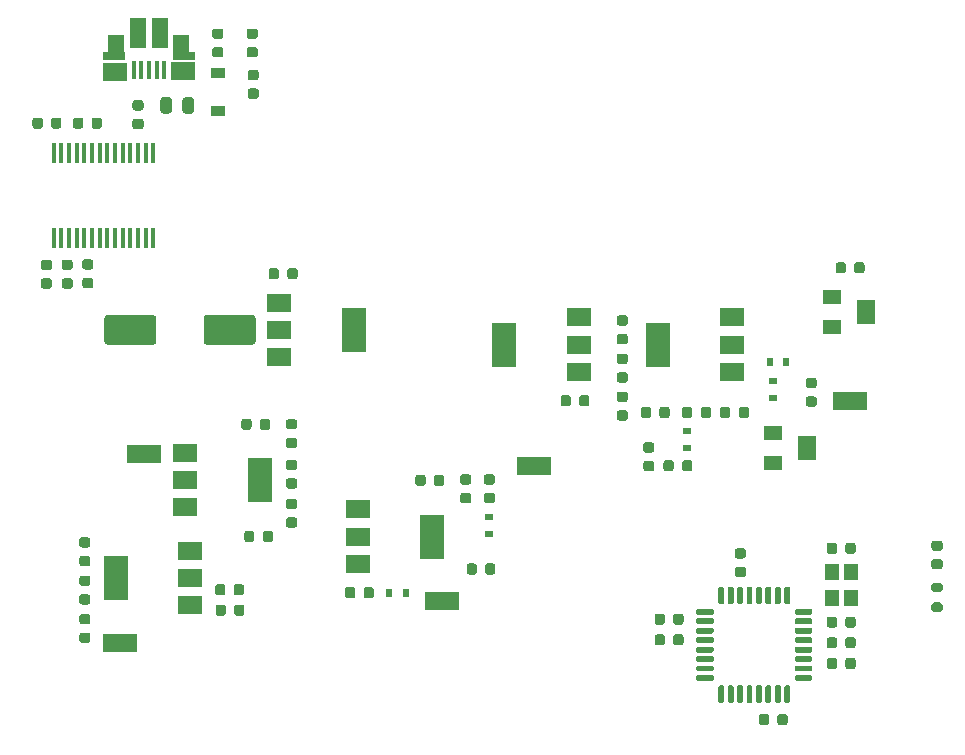
<source format=gbr>
%TF.GenerationSoftware,KiCad,Pcbnew,(5.1.12)-1*%
%TF.CreationDate,2022-10-31T13:17:17-07:00*%
%TF.ProjectId,MPS Tune-o-Matic,4d505320-5475-46e6-952d-6f2d4d617469,rev?*%
%TF.SameCoordinates,Original*%
%TF.FileFunction,Paste,Top*%
%TF.FilePolarity,Positive*%
%FSLAX46Y46*%
G04 Gerber Fmt 4.6, Leading zero omitted, Abs format (unit mm)*
G04 Created by KiCad (PCBNEW (5.1.12)-1) date 2022-10-31 13:17:17*
%MOMM*%
%LPD*%
G01*
G04 APERTURE LIST*
%ADD10R,1.350000X2.000000*%
%ADD11R,1.825000X0.700000*%
%ADD12R,2.000000X1.500000*%
%ADD13R,0.400000X1.650000*%
%ADD14R,1.430000X2.500000*%
%ADD15R,1.200000X1.400000*%
%ADD16R,2.000000X3.800000*%
%ADD17R,0.450000X1.750000*%
%ADD18R,3.000000X1.500000*%
%ADD19R,1.600000X2.000000*%
%ADD20R,1.600000X1.300000*%
%ADD21R,0.700000X0.600000*%
%ADD22R,0.600000X0.700000*%
%ADD23R,1.220000X0.910000*%
G04 APERTURE END LIST*
%TO.C,R29*%
G36*
G01*
X129275000Y-65575000D02*
X128725000Y-65575000D01*
G75*
G02*
X128525000Y-65375000I0J200000D01*
G01*
X128525000Y-64975000D01*
G75*
G02*
X128725000Y-64775000I200000J0D01*
G01*
X129275000Y-64775000D01*
G75*
G02*
X129475000Y-64975000I0J-200000D01*
G01*
X129475000Y-65375000D01*
G75*
G02*
X129275000Y-65575000I-200000J0D01*
G01*
G37*
G36*
G01*
X129275000Y-67225000D02*
X128725000Y-67225000D01*
G75*
G02*
X128525000Y-67025000I0J200000D01*
G01*
X128525000Y-66625000D01*
G75*
G02*
X128725000Y-66425000I200000J0D01*
G01*
X129275000Y-66425000D01*
G75*
G02*
X129475000Y-66625000I0J-200000D01*
G01*
X129475000Y-67025000D01*
G75*
G02*
X129275000Y-67225000I-200000J0D01*
G01*
G37*
%TD*%
%TO.C,D8*%
G36*
G01*
X129256250Y-62062500D02*
X128743750Y-62062500D01*
G75*
G02*
X128525000Y-61843750I0J218750D01*
G01*
X128525000Y-61406250D01*
G75*
G02*
X128743750Y-61187500I218750J0D01*
G01*
X129256250Y-61187500D01*
G75*
G02*
X129475000Y-61406250I0J-218750D01*
G01*
X129475000Y-61843750D01*
G75*
G02*
X129256250Y-62062500I-218750J0D01*
G01*
G37*
G36*
G01*
X129256250Y-63637500D02*
X128743750Y-63637500D01*
G75*
G02*
X128525000Y-63418750I0J218750D01*
G01*
X128525000Y-62981250D01*
G75*
G02*
X128743750Y-62762500I218750J0D01*
G01*
X129256250Y-62762500D01*
G75*
G02*
X129475000Y-62981250I0J-218750D01*
G01*
X129475000Y-63418750D01*
G75*
G02*
X129256250Y-63637500I-218750J0D01*
G01*
G37*
%TD*%
%TO.C,C1*%
G36*
G01*
X107537500Y-67593750D02*
X107537500Y-68106250D01*
G75*
G02*
X107318750Y-68325000I-218750J0D01*
G01*
X106881250Y-68325000D01*
G75*
G02*
X106662500Y-68106250I0J218750D01*
G01*
X106662500Y-67593750D01*
G75*
G02*
X106881250Y-67375000I218750J0D01*
G01*
X107318750Y-67375000D01*
G75*
G02*
X107537500Y-67593750I0J-218750D01*
G01*
G37*
G36*
G01*
X105962500Y-67593750D02*
X105962500Y-68106250D01*
G75*
G02*
X105743750Y-68325000I-218750J0D01*
G01*
X105306250Y-68325000D01*
G75*
G02*
X105087500Y-68106250I0J218750D01*
G01*
X105087500Y-67593750D01*
G75*
G02*
X105306250Y-67375000I218750J0D01*
G01*
X105743750Y-67375000D01*
G75*
G02*
X105962500Y-67593750I0J-218750D01*
G01*
G37*
%TD*%
%TO.C,C12*%
G36*
G01*
X70843750Y-21337500D02*
X71356250Y-21337500D01*
G75*
G02*
X71575000Y-21556250I0J-218750D01*
G01*
X71575000Y-21993750D01*
G75*
G02*
X71356250Y-22212500I-218750J0D01*
G01*
X70843750Y-22212500D01*
G75*
G02*
X70625000Y-21993750I0J218750D01*
G01*
X70625000Y-21556250D01*
G75*
G02*
X70843750Y-21337500I218750J0D01*
G01*
G37*
G36*
G01*
X70843750Y-22912500D02*
X71356250Y-22912500D01*
G75*
G02*
X71575000Y-23131250I0J-218750D01*
G01*
X71575000Y-23568750D01*
G75*
G02*
X71356250Y-23787500I-218750J0D01*
G01*
X70843750Y-23787500D01*
G75*
G02*
X70625000Y-23568750I0J218750D01*
G01*
X70625000Y-23131250D01*
G75*
G02*
X70843750Y-22912500I218750J0D01*
G01*
G37*
%TD*%
D10*
%TO.C,J3*%
X59525000Y-19415000D03*
X65005000Y-19415000D03*
D11*
X65225000Y-20165000D03*
X59275000Y-20165000D03*
D12*
X65125000Y-21465000D03*
X59375000Y-21485000D03*
D13*
X63575000Y-21365000D03*
X62925000Y-21365000D03*
X62275000Y-21365000D03*
X61625000Y-21365000D03*
X60975000Y-21365000D03*
D14*
X63235000Y-18215000D03*
X61315000Y-18215000D03*
%TD*%
D15*
%TO.C,Y1*%
X120100000Y-66050000D03*
X120100000Y-63850000D03*
X121700000Y-66050000D03*
X121700000Y-63850000D03*
%TD*%
D16*
%TO.C,U3*%
X79600000Y-43350000D03*
D12*
X73300000Y-43350000D03*
X73300000Y-45650000D03*
X73300000Y-41050000D03*
%TD*%
D17*
%TO.C,U2*%
X54200000Y-35550000D03*
X54850000Y-35550000D03*
X55500000Y-35550000D03*
X56150000Y-35550000D03*
X56800000Y-35550000D03*
X57450000Y-35550000D03*
X58100000Y-35550000D03*
X58750000Y-35550000D03*
X59400000Y-35550000D03*
X60050000Y-35550000D03*
X60700000Y-35550000D03*
X61350000Y-35550000D03*
X62000000Y-35550000D03*
X62650000Y-35550000D03*
X62650000Y-28350000D03*
X62000000Y-28350000D03*
X61350000Y-28350000D03*
X60700000Y-28350000D03*
X60050000Y-28350000D03*
X59400000Y-28350000D03*
X58750000Y-28350000D03*
X58100000Y-28350000D03*
X57450000Y-28350000D03*
X56800000Y-28350000D03*
X56150000Y-28350000D03*
X55500000Y-28350000D03*
X54850000Y-28350000D03*
X54200000Y-28350000D03*
%TD*%
%TO.C,U1*%
G36*
G01*
X118450000Y-72698400D02*
X118450000Y-72948400D01*
G75*
G02*
X118325000Y-73073400I-125000J0D01*
G01*
X117075000Y-73073400D01*
G75*
G02*
X116950000Y-72948400I0J125000D01*
G01*
X116950000Y-72698400D01*
G75*
G02*
X117075000Y-72573400I125000J0D01*
G01*
X118325000Y-72573400D01*
G75*
G02*
X118450000Y-72698400I0J-125000D01*
G01*
G37*
G36*
G01*
X118450000Y-71898400D02*
X118450000Y-72148400D01*
G75*
G02*
X118325000Y-72273400I-125000J0D01*
G01*
X117075000Y-72273400D01*
G75*
G02*
X116950000Y-72148400I0J125000D01*
G01*
X116950000Y-71898400D01*
G75*
G02*
X117075000Y-71773400I125000J0D01*
G01*
X118325000Y-71773400D01*
G75*
G02*
X118450000Y-71898400I0J-125000D01*
G01*
G37*
G36*
G01*
X118450000Y-71098400D02*
X118450000Y-71348400D01*
G75*
G02*
X118325000Y-71473400I-125000J0D01*
G01*
X117075000Y-71473400D01*
G75*
G02*
X116950000Y-71348400I0J125000D01*
G01*
X116950000Y-71098400D01*
G75*
G02*
X117075000Y-70973400I125000J0D01*
G01*
X118325000Y-70973400D01*
G75*
G02*
X118450000Y-71098400I0J-125000D01*
G01*
G37*
G36*
G01*
X118450000Y-70298400D02*
X118450000Y-70548400D01*
G75*
G02*
X118325000Y-70673400I-125000J0D01*
G01*
X117075000Y-70673400D01*
G75*
G02*
X116950000Y-70548400I0J125000D01*
G01*
X116950000Y-70298400D01*
G75*
G02*
X117075000Y-70173400I125000J0D01*
G01*
X118325000Y-70173400D01*
G75*
G02*
X118450000Y-70298400I0J-125000D01*
G01*
G37*
G36*
G01*
X118450000Y-69498400D02*
X118450000Y-69748400D01*
G75*
G02*
X118325000Y-69873400I-125000J0D01*
G01*
X117075000Y-69873400D01*
G75*
G02*
X116950000Y-69748400I0J125000D01*
G01*
X116950000Y-69498400D01*
G75*
G02*
X117075000Y-69373400I125000J0D01*
G01*
X118325000Y-69373400D01*
G75*
G02*
X118450000Y-69498400I0J-125000D01*
G01*
G37*
G36*
G01*
X118450000Y-68698400D02*
X118450000Y-68948400D01*
G75*
G02*
X118325000Y-69073400I-125000J0D01*
G01*
X117075000Y-69073400D01*
G75*
G02*
X116950000Y-68948400I0J125000D01*
G01*
X116950000Y-68698400D01*
G75*
G02*
X117075000Y-68573400I125000J0D01*
G01*
X118325000Y-68573400D01*
G75*
G02*
X118450000Y-68698400I0J-125000D01*
G01*
G37*
G36*
G01*
X118450000Y-67898400D02*
X118450000Y-68148400D01*
G75*
G02*
X118325000Y-68273400I-125000J0D01*
G01*
X117075000Y-68273400D01*
G75*
G02*
X116950000Y-68148400I0J125000D01*
G01*
X116950000Y-67898400D01*
G75*
G02*
X117075000Y-67773400I125000J0D01*
G01*
X118325000Y-67773400D01*
G75*
G02*
X118450000Y-67898400I0J-125000D01*
G01*
G37*
G36*
G01*
X118450000Y-67098400D02*
X118450000Y-67348400D01*
G75*
G02*
X118325000Y-67473400I-125000J0D01*
G01*
X117075000Y-67473400D01*
G75*
G02*
X116950000Y-67348400I0J125000D01*
G01*
X116950000Y-67098400D01*
G75*
G02*
X117075000Y-66973400I125000J0D01*
G01*
X118325000Y-66973400D01*
G75*
G02*
X118450000Y-67098400I0J-125000D01*
G01*
G37*
G36*
G01*
X116575000Y-65223400D02*
X116575000Y-66473400D01*
G75*
G02*
X116450000Y-66598400I-125000J0D01*
G01*
X116200000Y-66598400D01*
G75*
G02*
X116075000Y-66473400I0J125000D01*
G01*
X116075000Y-65223400D01*
G75*
G02*
X116200000Y-65098400I125000J0D01*
G01*
X116450000Y-65098400D01*
G75*
G02*
X116575000Y-65223400I0J-125000D01*
G01*
G37*
G36*
G01*
X115775000Y-65223400D02*
X115775000Y-66473400D01*
G75*
G02*
X115650000Y-66598400I-125000J0D01*
G01*
X115400000Y-66598400D01*
G75*
G02*
X115275000Y-66473400I0J125000D01*
G01*
X115275000Y-65223400D01*
G75*
G02*
X115400000Y-65098400I125000J0D01*
G01*
X115650000Y-65098400D01*
G75*
G02*
X115775000Y-65223400I0J-125000D01*
G01*
G37*
G36*
G01*
X114975000Y-65223400D02*
X114975000Y-66473400D01*
G75*
G02*
X114850000Y-66598400I-125000J0D01*
G01*
X114600000Y-66598400D01*
G75*
G02*
X114475000Y-66473400I0J125000D01*
G01*
X114475000Y-65223400D01*
G75*
G02*
X114600000Y-65098400I125000J0D01*
G01*
X114850000Y-65098400D01*
G75*
G02*
X114975000Y-65223400I0J-125000D01*
G01*
G37*
G36*
G01*
X114175000Y-65223400D02*
X114175000Y-66473400D01*
G75*
G02*
X114050000Y-66598400I-125000J0D01*
G01*
X113800000Y-66598400D01*
G75*
G02*
X113675000Y-66473400I0J125000D01*
G01*
X113675000Y-65223400D01*
G75*
G02*
X113800000Y-65098400I125000J0D01*
G01*
X114050000Y-65098400D01*
G75*
G02*
X114175000Y-65223400I0J-125000D01*
G01*
G37*
G36*
G01*
X113375000Y-65223400D02*
X113375000Y-66473400D01*
G75*
G02*
X113250000Y-66598400I-125000J0D01*
G01*
X113000000Y-66598400D01*
G75*
G02*
X112875000Y-66473400I0J125000D01*
G01*
X112875000Y-65223400D01*
G75*
G02*
X113000000Y-65098400I125000J0D01*
G01*
X113250000Y-65098400D01*
G75*
G02*
X113375000Y-65223400I0J-125000D01*
G01*
G37*
G36*
G01*
X112575000Y-65223400D02*
X112575000Y-66473400D01*
G75*
G02*
X112450000Y-66598400I-125000J0D01*
G01*
X112200000Y-66598400D01*
G75*
G02*
X112075000Y-66473400I0J125000D01*
G01*
X112075000Y-65223400D01*
G75*
G02*
X112200000Y-65098400I125000J0D01*
G01*
X112450000Y-65098400D01*
G75*
G02*
X112575000Y-65223400I0J-125000D01*
G01*
G37*
G36*
G01*
X111775000Y-65223400D02*
X111775000Y-66473400D01*
G75*
G02*
X111650000Y-66598400I-125000J0D01*
G01*
X111400000Y-66598400D01*
G75*
G02*
X111275000Y-66473400I0J125000D01*
G01*
X111275000Y-65223400D01*
G75*
G02*
X111400000Y-65098400I125000J0D01*
G01*
X111650000Y-65098400D01*
G75*
G02*
X111775000Y-65223400I0J-125000D01*
G01*
G37*
G36*
G01*
X110975000Y-65223400D02*
X110975000Y-66473400D01*
G75*
G02*
X110850000Y-66598400I-125000J0D01*
G01*
X110600000Y-66598400D01*
G75*
G02*
X110475000Y-66473400I0J125000D01*
G01*
X110475000Y-65223400D01*
G75*
G02*
X110600000Y-65098400I125000J0D01*
G01*
X110850000Y-65098400D01*
G75*
G02*
X110975000Y-65223400I0J-125000D01*
G01*
G37*
G36*
G01*
X110100000Y-67098400D02*
X110100000Y-67348400D01*
G75*
G02*
X109975000Y-67473400I-125000J0D01*
G01*
X108725000Y-67473400D01*
G75*
G02*
X108600000Y-67348400I0J125000D01*
G01*
X108600000Y-67098400D01*
G75*
G02*
X108725000Y-66973400I125000J0D01*
G01*
X109975000Y-66973400D01*
G75*
G02*
X110100000Y-67098400I0J-125000D01*
G01*
G37*
G36*
G01*
X110100000Y-67898400D02*
X110100000Y-68148400D01*
G75*
G02*
X109975000Y-68273400I-125000J0D01*
G01*
X108725000Y-68273400D01*
G75*
G02*
X108600000Y-68148400I0J125000D01*
G01*
X108600000Y-67898400D01*
G75*
G02*
X108725000Y-67773400I125000J0D01*
G01*
X109975000Y-67773400D01*
G75*
G02*
X110100000Y-67898400I0J-125000D01*
G01*
G37*
G36*
G01*
X110100000Y-68698400D02*
X110100000Y-68948400D01*
G75*
G02*
X109975000Y-69073400I-125000J0D01*
G01*
X108725000Y-69073400D01*
G75*
G02*
X108600000Y-68948400I0J125000D01*
G01*
X108600000Y-68698400D01*
G75*
G02*
X108725000Y-68573400I125000J0D01*
G01*
X109975000Y-68573400D01*
G75*
G02*
X110100000Y-68698400I0J-125000D01*
G01*
G37*
G36*
G01*
X110100000Y-69498400D02*
X110100000Y-69748400D01*
G75*
G02*
X109975000Y-69873400I-125000J0D01*
G01*
X108725000Y-69873400D01*
G75*
G02*
X108600000Y-69748400I0J125000D01*
G01*
X108600000Y-69498400D01*
G75*
G02*
X108725000Y-69373400I125000J0D01*
G01*
X109975000Y-69373400D01*
G75*
G02*
X110100000Y-69498400I0J-125000D01*
G01*
G37*
G36*
G01*
X110100000Y-70298400D02*
X110100000Y-70548400D01*
G75*
G02*
X109975000Y-70673400I-125000J0D01*
G01*
X108725000Y-70673400D01*
G75*
G02*
X108600000Y-70548400I0J125000D01*
G01*
X108600000Y-70298400D01*
G75*
G02*
X108725000Y-70173400I125000J0D01*
G01*
X109975000Y-70173400D01*
G75*
G02*
X110100000Y-70298400I0J-125000D01*
G01*
G37*
G36*
G01*
X110100000Y-71098400D02*
X110100000Y-71348400D01*
G75*
G02*
X109975000Y-71473400I-125000J0D01*
G01*
X108725000Y-71473400D01*
G75*
G02*
X108600000Y-71348400I0J125000D01*
G01*
X108600000Y-71098400D01*
G75*
G02*
X108725000Y-70973400I125000J0D01*
G01*
X109975000Y-70973400D01*
G75*
G02*
X110100000Y-71098400I0J-125000D01*
G01*
G37*
G36*
G01*
X110100000Y-71898400D02*
X110100000Y-72148400D01*
G75*
G02*
X109975000Y-72273400I-125000J0D01*
G01*
X108725000Y-72273400D01*
G75*
G02*
X108600000Y-72148400I0J125000D01*
G01*
X108600000Y-71898400D01*
G75*
G02*
X108725000Y-71773400I125000J0D01*
G01*
X109975000Y-71773400D01*
G75*
G02*
X110100000Y-71898400I0J-125000D01*
G01*
G37*
G36*
G01*
X110100000Y-72698400D02*
X110100000Y-72948400D01*
G75*
G02*
X109975000Y-73073400I-125000J0D01*
G01*
X108725000Y-73073400D01*
G75*
G02*
X108600000Y-72948400I0J125000D01*
G01*
X108600000Y-72698400D01*
G75*
G02*
X108725000Y-72573400I125000J0D01*
G01*
X109975000Y-72573400D01*
G75*
G02*
X110100000Y-72698400I0J-125000D01*
G01*
G37*
G36*
G01*
X110975000Y-73573400D02*
X110975000Y-74823400D01*
G75*
G02*
X110850000Y-74948400I-125000J0D01*
G01*
X110600000Y-74948400D01*
G75*
G02*
X110475000Y-74823400I0J125000D01*
G01*
X110475000Y-73573400D01*
G75*
G02*
X110600000Y-73448400I125000J0D01*
G01*
X110850000Y-73448400D01*
G75*
G02*
X110975000Y-73573400I0J-125000D01*
G01*
G37*
G36*
G01*
X111775000Y-73573400D02*
X111775000Y-74823400D01*
G75*
G02*
X111650000Y-74948400I-125000J0D01*
G01*
X111400000Y-74948400D01*
G75*
G02*
X111275000Y-74823400I0J125000D01*
G01*
X111275000Y-73573400D01*
G75*
G02*
X111400000Y-73448400I125000J0D01*
G01*
X111650000Y-73448400D01*
G75*
G02*
X111775000Y-73573400I0J-125000D01*
G01*
G37*
G36*
G01*
X112575000Y-73573400D02*
X112575000Y-74823400D01*
G75*
G02*
X112450000Y-74948400I-125000J0D01*
G01*
X112200000Y-74948400D01*
G75*
G02*
X112075000Y-74823400I0J125000D01*
G01*
X112075000Y-73573400D01*
G75*
G02*
X112200000Y-73448400I125000J0D01*
G01*
X112450000Y-73448400D01*
G75*
G02*
X112575000Y-73573400I0J-125000D01*
G01*
G37*
G36*
G01*
X113375000Y-73573400D02*
X113375000Y-74823400D01*
G75*
G02*
X113250000Y-74948400I-125000J0D01*
G01*
X113000000Y-74948400D01*
G75*
G02*
X112875000Y-74823400I0J125000D01*
G01*
X112875000Y-73573400D01*
G75*
G02*
X113000000Y-73448400I125000J0D01*
G01*
X113250000Y-73448400D01*
G75*
G02*
X113375000Y-73573400I0J-125000D01*
G01*
G37*
G36*
G01*
X114175000Y-73573400D02*
X114175000Y-74823400D01*
G75*
G02*
X114050000Y-74948400I-125000J0D01*
G01*
X113800000Y-74948400D01*
G75*
G02*
X113675000Y-74823400I0J125000D01*
G01*
X113675000Y-73573400D01*
G75*
G02*
X113800000Y-73448400I125000J0D01*
G01*
X114050000Y-73448400D01*
G75*
G02*
X114175000Y-73573400I0J-125000D01*
G01*
G37*
G36*
G01*
X114975000Y-73573400D02*
X114975000Y-74823400D01*
G75*
G02*
X114850000Y-74948400I-125000J0D01*
G01*
X114600000Y-74948400D01*
G75*
G02*
X114475000Y-74823400I0J125000D01*
G01*
X114475000Y-73573400D01*
G75*
G02*
X114600000Y-73448400I125000J0D01*
G01*
X114850000Y-73448400D01*
G75*
G02*
X114975000Y-73573400I0J-125000D01*
G01*
G37*
G36*
G01*
X115775000Y-73573400D02*
X115775000Y-74823400D01*
G75*
G02*
X115650000Y-74948400I-125000J0D01*
G01*
X115400000Y-74948400D01*
G75*
G02*
X115275000Y-74823400I0J125000D01*
G01*
X115275000Y-73573400D01*
G75*
G02*
X115400000Y-73448400I125000J0D01*
G01*
X115650000Y-73448400D01*
G75*
G02*
X115775000Y-73573400I0J-125000D01*
G01*
G37*
G36*
G01*
X116575000Y-73573400D02*
X116575000Y-74823400D01*
G75*
G02*
X116450000Y-74948400I-125000J0D01*
G01*
X116200000Y-74948400D01*
G75*
G02*
X116075000Y-74823400I0J125000D01*
G01*
X116075000Y-73573400D01*
G75*
G02*
X116200000Y-73448400I125000J0D01*
G01*
X116450000Y-73448400D01*
G75*
G02*
X116575000Y-73573400I0J-125000D01*
G01*
G37*
%TD*%
D18*
%TO.C,TP6*%
X87100000Y-66350000D03*
%TD*%
%TO.C,TP3*%
X61850000Y-53850000D03*
%TD*%
%TO.C,TP5*%
X94850000Y-54850000D03*
%TD*%
%TO.C,TP9*%
X59850000Y-69850000D03*
%TD*%
%TO.C,TP4*%
X121600000Y-49350000D03*
%TD*%
D19*
%TO.C,RV2*%
X123000000Y-41830000D03*
D20*
X120100000Y-40560000D03*
X120100000Y-43100000D03*
%TD*%
%TO.C,RV1*%
X115100000Y-54600000D03*
X115100000Y-52060000D03*
D19*
X118000000Y-53330000D03*
%TD*%
%TO.C,R28*%
G36*
G01*
X57106250Y-69862500D02*
X56593750Y-69862500D01*
G75*
G02*
X56375000Y-69643750I0J218750D01*
G01*
X56375000Y-69206250D01*
G75*
G02*
X56593750Y-68987500I218750J0D01*
G01*
X57106250Y-68987500D01*
G75*
G02*
X57325000Y-69206250I0J-218750D01*
G01*
X57325000Y-69643750D01*
G75*
G02*
X57106250Y-69862500I-218750J0D01*
G01*
G37*
G36*
G01*
X57106250Y-68287500D02*
X56593750Y-68287500D01*
G75*
G02*
X56375000Y-68068750I0J218750D01*
G01*
X56375000Y-67631250D01*
G75*
G02*
X56593750Y-67412500I218750J0D01*
G01*
X57106250Y-67412500D01*
G75*
G02*
X57325000Y-67631250I0J-218750D01*
G01*
X57325000Y-68068750D01*
G75*
G02*
X57106250Y-68287500I-218750J0D01*
G01*
G37*
%TD*%
%TO.C,R27*%
G36*
G01*
X57106250Y-66612500D02*
X56593750Y-66612500D01*
G75*
G02*
X56375000Y-66393750I0J218750D01*
G01*
X56375000Y-65956250D01*
G75*
G02*
X56593750Y-65737500I218750J0D01*
G01*
X57106250Y-65737500D01*
G75*
G02*
X57325000Y-65956250I0J-218750D01*
G01*
X57325000Y-66393750D01*
G75*
G02*
X57106250Y-66612500I-218750J0D01*
G01*
G37*
G36*
G01*
X57106250Y-65037500D02*
X56593750Y-65037500D01*
G75*
G02*
X56375000Y-64818750I0J218750D01*
G01*
X56375000Y-64381250D01*
G75*
G02*
X56593750Y-64162500I218750J0D01*
G01*
X57106250Y-64162500D01*
G75*
G02*
X57325000Y-64381250I0J-218750D01*
G01*
X57325000Y-64818750D01*
G75*
G02*
X57106250Y-65037500I-218750J0D01*
G01*
G37*
%TD*%
%TO.C,R26*%
G36*
G01*
X57106250Y-63362500D02*
X56593750Y-63362500D01*
G75*
G02*
X56375000Y-63143750I0J218750D01*
G01*
X56375000Y-62706250D01*
G75*
G02*
X56593750Y-62487500I218750J0D01*
G01*
X57106250Y-62487500D01*
G75*
G02*
X57325000Y-62706250I0J-218750D01*
G01*
X57325000Y-63143750D01*
G75*
G02*
X57106250Y-63362500I-218750J0D01*
G01*
G37*
G36*
G01*
X57106250Y-61787500D02*
X56593750Y-61787500D01*
G75*
G02*
X56375000Y-61568750I0J218750D01*
G01*
X56375000Y-61131250D01*
G75*
G02*
X56593750Y-60912500I218750J0D01*
G01*
X57106250Y-60912500D01*
G75*
G02*
X57325000Y-61131250I0J-218750D01*
G01*
X57325000Y-61568750D01*
G75*
G02*
X57106250Y-61787500I-218750J0D01*
G01*
G37*
%TD*%
%TO.C,R25*%
G36*
G01*
X67875000Y-65606250D02*
X67875000Y-65093750D01*
G75*
G02*
X68093750Y-64875000I218750J0D01*
G01*
X68531250Y-64875000D01*
G75*
G02*
X68750000Y-65093750I0J-218750D01*
G01*
X68750000Y-65606250D01*
G75*
G02*
X68531250Y-65825000I-218750J0D01*
G01*
X68093750Y-65825000D01*
G75*
G02*
X67875000Y-65606250I0J218750D01*
G01*
G37*
G36*
G01*
X69450000Y-65606250D02*
X69450000Y-65093750D01*
G75*
G02*
X69668750Y-64875000I218750J0D01*
G01*
X70106250Y-64875000D01*
G75*
G02*
X70325000Y-65093750I0J-218750D01*
G01*
X70325000Y-65606250D01*
G75*
G02*
X70106250Y-65825000I-218750J0D01*
G01*
X69668750Y-65825000D01*
G75*
G02*
X69450000Y-65606250I0J218750D01*
G01*
G37*
%TD*%
%TO.C,R23*%
G36*
G01*
X70362500Y-66843750D02*
X70362500Y-67356250D01*
G75*
G02*
X70143750Y-67575000I-218750J0D01*
G01*
X69706250Y-67575000D01*
G75*
G02*
X69487500Y-67356250I0J218750D01*
G01*
X69487500Y-66843750D01*
G75*
G02*
X69706250Y-66625000I218750J0D01*
G01*
X70143750Y-66625000D01*
G75*
G02*
X70362500Y-66843750I0J-218750D01*
G01*
G37*
G36*
G01*
X68787500Y-66843750D02*
X68787500Y-67356250D01*
G75*
G02*
X68568750Y-67575000I-218750J0D01*
G01*
X68131250Y-67575000D01*
G75*
G02*
X67912500Y-67356250I0J218750D01*
G01*
X67912500Y-66843750D01*
G75*
G02*
X68131250Y-66625000I218750J0D01*
G01*
X68568750Y-66625000D01*
G75*
G02*
X68787500Y-66843750I0J-218750D01*
G01*
G37*
%TD*%
%TO.C,R24*%
G36*
G01*
X120412500Y-38356250D02*
X120412500Y-37843750D01*
G75*
G02*
X120631250Y-37625000I218750J0D01*
G01*
X121068750Y-37625000D01*
G75*
G02*
X121287500Y-37843750I0J-218750D01*
G01*
X121287500Y-38356250D01*
G75*
G02*
X121068750Y-38575000I-218750J0D01*
G01*
X120631250Y-38575000D01*
G75*
G02*
X120412500Y-38356250I0J218750D01*
G01*
G37*
G36*
G01*
X121987500Y-38356250D02*
X121987500Y-37843750D01*
G75*
G02*
X122206250Y-37625000I218750J0D01*
G01*
X122643750Y-37625000D01*
G75*
G02*
X122862500Y-37843750I0J-218750D01*
G01*
X122862500Y-38356250D01*
G75*
G02*
X122643750Y-38575000I-218750J0D01*
G01*
X122206250Y-38575000D01*
G75*
G02*
X121987500Y-38356250I0J218750D01*
G01*
G37*
%TD*%
%TO.C,R22*%
G36*
G01*
X98700000Y-49606250D02*
X98700000Y-49093750D01*
G75*
G02*
X98918750Y-48875000I218750J0D01*
G01*
X99356250Y-48875000D01*
G75*
G02*
X99575000Y-49093750I0J-218750D01*
G01*
X99575000Y-49606250D01*
G75*
G02*
X99356250Y-49825000I-218750J0D01*
G01*
X98918750Y-49825000D01*
G75*
G02*
X98700000Y-49606250I0J218750D01*
G01*
G37*
G36*
G01*
X97125000Y-49606250D02*
X97125000Y-49093750D01*
G75*
G02*
X97343750Y-48875000I218750J0D01*
G01*
X97781250Y-48875000D01*
G75*
G02*
X98000000Y-49093750I0J-218750D01*
G01*
X98000000Y-49606250D01*
G75*
G02*
X97781250Y-49825000I-218750J0D01*
G01*
X97343750Y-49825000D01*
G75*
G02*
X97125000Y-49606250I0J218750D01*
G01*
G37*
%TD*%
%TO.C,R21*%
G36*
G01*
X91612500Y-63343750D02*
X91612500Y-63856250D01*
G75*
G02*
X91393750Y-64075000I-218750J0D01*
G01*
X90956250Y-64075000D01*
G75*
G02*
X90737500Y-63856250I0J218750D01*
G01*
X90737500Y-63343750D01*
G75*
G02*
X90956250Y-63125000I218750J0D01*
G01*
X91393750Y-63125000D01*
G75*
G02*
X91612500Y-63343750I0J-218750D01*
G01*
G37*
G36*
G01*
X90037500Y-63343750D02*
X90037500Y-63856250D01*
G75*
G02*
X89818750Y-64075000I-218750J0D01*
G01*
X89381250Y-64075000D01*
G75*
G02*
X89162500Y-63856250I0J218750D01*
G01*
X89162500Y-63343750D01*
G75*
G02*
X89381250Y-63125000I218750J0D01*
G01*
X89818750Y-63125000D01*
G75*
G02*
X90037500Y-63343750I0J-218750D01*
G01*
G37*
%TD*%
%TO.C,R20*%
G36*
G01*
X90843750Y-55587500D02*
X91356250Y-55587500D01*
G75*
G02*
X91575000Y-55806250I0J-218750D01*
G01*
X91575000Y-56243750D01*
G75*
G02*
X91356250Y-56462500I-218750J0D01*
G01*
X90843750Y-56462500D01*
G75*
G02*
X90625000Y-56243750I0J218750D01*
G01*
X90625000Y-55806250D01*
G75*
G02*
X90843750Y-55587500I218750J0D01*
G01*
G37*
G36*
G01*
X90843750Y-57162500D02*
X91356250Y-57162500D01*
G75*
G02*
X91575000Y-57381250I0J-218750D01*
G01*
X91575000Y-57818750D01*
G75*
G02*
X91356250Y-58037500I-218750J0D01*
G01*
X90843750Y-58037500D01*
G75*
G02*
X90625000Y-57818750I0J218750D01*
G01*
X90625000Y-57381250D01*
G75*
G02*
X90843750Y-57162500I218750J0D01*
G01*
G37*
%TD*%
%TO.C,R19*%
G36*
G01*
X88843750Y-55587500D02*
X89356250Y-55587500D01*
G75*
G02*
X89575000Y-55806250I0J-218750D01*
G01*
X89575000Y-56243750D01*
G75*
G02*
X89356250Y-56462500I-218750J0D01*
G01*
X88843750Y-56462500D01*
G75*
G02*
X88625000Y-56243750I0J218750D01*
G01*
X88625000Y-55806250D01*
G75*
G02*
X88843750Y-55587500I218750J0D01*
G01*
G37*
G36*
G01*
X88843750Y-57162500D02*
X89356250Y-57162500D01*
G75*
G02*
X89575000Y-57381250I0J-218750D01*
G01*
X89575000Y-57818750D01*
G75*
G02*
X89356250Y-58037500I-218750J0D01*
G01*
X88843750Y-58037500D01*
G75*
G02*
X88625000Y-57818750I0J218750D01*
G01*
X88625000Y-57381250D01*
G75*
G02*
X88843750Y-57162500I218750J0D01*
G01*
G37*
%TD*%
%TO.C,R18*%
G36*
G01*
X102606250Y-43000000D02*
X102093750Y-43000000D01*
G75*
G02*
X101875000Y-42781250I0J218750D01*
G01*
X101875000Y-42343750D01*
G75*
G02*
X102093750Y-42125000I218750J0D01*
G01*
X102606250Y-42125000D01*
G75*
G02*
X102825000Y-42343750I0J-218750D01*
G01*
X102825000Y-42781250D01*
G75*
G02*
X102606250Y-43000000I-218750J0D01*
G01*
G37*
G36*
G01*
X102606250Y-44575000D02*
X102093750Y-44575000D01*
G75*
G02*
X101875000Y-44356250I0J218750D01*
G01*
X101875000Y-43918750D01*
G75*
G02*
X102093750Y-43700000I218750J0D01*
G01*
X102606250Y-43700000D01*
G75*
G02*
X102825000Y-43918750I0J-218750D01*
G01*
X102825000Y-44356250D01*
G75*
G02*
X102606250Y-44575000I-218750J0D01*
G01*
G37*
%TD*%
%TO.C,R17*%
G36*
G01*
X102606250Y-46250000D02*
X102093750Y-46250000D01*
G75*
G02*
X101875000Y-46031250I0J218750D01*
G01*
X101875000Y-45593750D01*
G75*
G02*
X102093750Y-45375000I218750J0D01*
G01*
X102606250Y-45375000D01*
G75*
G02*
X102825000Y-45593750I0J-218750D01*
G01*
X102825000Y-46031250D01*
G75*
G02*
X102606250Y-46250000I-218750J0D01*
G01*
G37*
G36*
G01*
X102606250Y-47825000D02*
X102093750Y-47825000D01*
G75*
G02*
X101875000Y-47606250I0J218750D01*
G01*
X101875000Y-47168750D01*
G75*
G02*
X102093750Y-46950000I218750J0D01*
G01*
X102606250Y-46950000D01*
G75*
G02*
X102825000Y-47168750I0J-218750D01*
G01*
X102825000Y-47606250D01*
G75*
G02*
X102606250Y-47825000I-218750J0D01*
G01*
G37*
%TD*%
%TO.C,R16*%
G36*
G01*
X104787500Y-50093750D02*
X104787500Y-50606250D01*
G75*
G02*
X104568750Y-50825000I-218750J0D01*
G01*
X104131250Y-50825000D01*
G75*
G02*
X103912500Y-50606250I0J218750D01*
G01*
X103912500Y-50093750D01*
G75*
G02*
X104131250Y-49875000I218750J0D01*
G01*
X104568750Y-49875000D01*
G75*
G02*
X104787500Y-50093750I0J-218750D01*
G01*
G37*
G36*
G01*
X106362500Y-50093750D02*
X106362500Y-50606250D01*
G75*
G02*
X106143750Y-50825000I-218750J0D01*
G01*
X105706250Y-50825000D01*
G75*
G02*
X105487500Y-50606250I0J218750D01*
G01*
X105487500Y-50093750D01*
G75*
G02*
X105706250Y-49875000I218750J0D01*
G01*
X106143750Y-49875000D01*
G75*
G02*
X106362500Y-50093750I0J-218750D01*
G01*
G37*
%TD*%
%TO.C,R15*%
G36*
G01*
X70337500Y-61106250D02*
X70337500Y-60593750D01*
G75*
G02*
X70556250Y-60375000I218750J0D01*
G01*
X70993750Y-60375000D01*
G75*
G02*
X71212500Y-60593750I0J-218750D01*
G01*
X71212500Y-61106250D01*
G75*
G02*
X70993750Y-61325000I-218750J0D01*
G01*
X70556250Y-61325000D01*
G75*
G02*
X70337500Y-61106250I0J218750D01*
G01*
G37*
G36*
G01*
X71912500Y-61106250D02*
X71912500Y-60593750D01*
G75*
G02*
X72131250Y-60375000I218750J0D01*
G01*
X72568750Y-60375000D01*
G75*
G02*
X72787500Y-60593750I0J-218750D01*
G01*
X72787500Y-61106250D01*
G75*
G02*
X72568750Y-61325000I-218750J0D01*
G01*
X72131250Y-61325000D01*
G75*
G02*
X71912500Y-61106250I0J218750D01*
G01*
G37*
%TD*%
%TO.C,R14*%
G36*
G01*
X78875000Y-65856250D02*
X78875000Y-65343750D01*
G75*
G02*
X79093750Y-65125000I218750J0D01*
G01*
X79531250Y-65125000D01*
G75*
G02*
X79750000Y-65343750I0J-218750D01*
G01*
X79750000Y-65856250D01*
G75*
G02*
X79531250Y-66075000I-218750J0D01*
G01*
X79093750Y-66075000D01*
G75*
G02*
X78875000Y-65856250I0J218750D01*
G01*
G37*
G36*
G01*
X80450000Y-65856250D02*
X80450000Y-65343750D01*
G75*
G02*
X80668750Y-65125000I218750J0D01*
G01*
X81106250Y-65125000D01*
G75*
G02*
X81325000Y-65343750I0J-218750D01*
G01*
X81325000Y-65856250D01*
G75*
G02*
X81106250Y-66075000I-218750J0D01*
G01*
X80668750Y-66075000D01*
G75*
G02*
X80450000Y-65856250I0J218750D01*
G01*
G37*
%TD*%
%TO.C,R13*%
G36*
G01*
X118606250Y-48287500D02*
X118093750Y-48287500D01*
G75*
G02*
X117875000Y-48068750I0J218750D01*
G01*
X117875000Y-47631250D01*
G75*
G02*
X118093750Y-47412500I218750J0D01*
G01*
X118606250Y-47412500D01*
G75*
G02*
X118825000Y-47631250I0J-218750D01*
G01*
X118825000Y-48068750D01*
G75*
G02*
X118606250Y-48287500I-218750J0D01*
G01*
G37*
G36*
G01*
X118606250Y-49862500D02*
X118093750Y-49862500D01*
G75*
G02*
X117875000Y-49643750I0J218750D01*
G01*
X117875000Y-49206250D01*
G75*
G02*
X118093750Y-48987500I218750J0D01*
G01*
X118606250Y-48987500D01*
G75*
G02*
X118825000Y-49206250I0J-218750D01*
G01*
X118825000Y-49643750D01*
G75*
G02*
X118606250Y-49862500I-218750J0D01*
G01*
G37*
%TD*%
%TO.C,R12*%
G36*
G01*
X104856250Y-53750000D02*
X104343750Y-53750000D01*
G75*
G02*
X104125000Y-53531250I0J218750D01*
G01*
X104125000Y-53093750D01*
G75*
G02*
X104343750Y-52875000I218750J0D01*
G01*
X104856250Y-52875000D01*
G75*
G02*
X105075000Y-53093750I0J-218750D01*
G01*
X105075000Y-53531250D01*
G75*
G02*
X104856250Y-53750000I-218750J0D01*
G01*
G37*
G36*
G01*
X104856250Y-55325000D02*
X104343750Y-55325000D01*
G75*
G02*
X104125000Y-55106250I0J218750D01*
G01*
X104125000Y-54668750D01*
G75*
G02*
X104343750Y-54450000I218750J0D01*
G01*
X104856250Y-54450000D01*
G75*
G02*
X105075000Y-54668750I0J-218750D01*
G01*
X105075000Y-55106250D01*
G75*
G02*
X104856250Y-55325000I-218750J0D01*
G01*
G37*
%TD*%
%TO.C,R11*%
G36*
G01*
X74606250Y-53362500D02*
X74093750Y-53362500D01*
G75*
G02*
X73875000Y-53143750I0J218750D01*
G01*
X73875000Y-52706250D01*
G75*
G02*
X74093750Y-52487500I218750J0D01*
G01*
X74606250Y-52487500D01*
G75*
G02*
X74825000Y-52706250I0J-218750D01*
G01*
X74825000Y-53143750D01*
G75*
G02*
X74606250Y-53362500I-218750J0D01*
G01*
G37*
G36*
G01*
X74606250Y-51787500D02*
X74093750Y-51787500D01*
G75*
G02*
X73875000Y-51568750I0J218750D01*
G01*
X73875000Y-51131250D01*
G75*
G02*
X74093750Y-50912500I218750J0D01*
G01*
X74606250Y-50912500D01*
G75*
G02*
X74825000Y-51131250I0J-218750D01*
G01*
X74825000Y-51568750D01*
G75*
G02*
X74606250Y-51787500I-218750J0D01*
G01*
G37*
%TD*%
%TO.C,R10*%
G36*
G01*
X107412500Y-55106250D02*
X107412500Y-54593750D01*
G75*
G02*
X107631250Y-54375000I218750J0D01*
G01*
X108068750Y-54375000D01*
G75*
G02*
X108287500Y-54593750I0J-218750D01*
G01*
X108287500Y-55106250D01*
G75*
G02*
X108068750Y-55325000I-218750J0D01*
G01*
X107631250Y-55325000D01*
G75*
G02*
X107412500Y-55106250I0J218750D01*
G01*
G37*
G36*
G01*
X105837500Y-55106250D02*
X105837500Y-54593750D01*
G75*
G02*
X106056250Y-54375000I218750J0D01*
G01*
X106493750Y-54375000D01*
G75*
G02*
X106712500Y-54593750I0J-218750D01*
G01*
X106712500Y-55106250D01*
G75*
G02*
X106493750Y-55325000I-218750J0D01*
G01*
X106056250Y-55325000D01*
G75*
G02*
X105837500Y-55106250I0J218750D01*
G01*
G37*
%TD*%
%TO.C,R9*%
G36*
G01*
X74093750Y-54337500D02*
X74606250Y-54337500D01*
G75*
G02*
X74825000Y-54556250I0J-218750D01*
G01*
X74825000Y-54993750D01*
G75*
G02*
X74606250Y-55212500I-218750J0D01*
G01*
X74093750Y-55212500D01*
G75*
G02*
X73875000Y-54993750I0J218750D01*
G01*
X73875000Y-54556250D01*
G75*
G02*
X74093750Y-54337500I218750J0D01*
G01*
G37*
G36*
G01*
X74093750Y-55912500D02*
X74606250Y-55912500D01*
G75*
G02*
X74825000Y-56131250I0J-218750D01*
G01*
X74825000Y-56568750D01*
G75*
G02*
X74606250Y-56787500I-218750J0D01*
G01*
X74093750Y-56787500D01*
G75*
G02*
X73875000Y-56568750I0J218750D01*
G01*
X73875000Y-56131250D01*
G75*
G02*
X74093750Y-55912500I218750J0D01*
G01*
G37*
%TD*%
%TO.C,R8*%
G36*
G01*
X108287500Y-50093750D02*
X108287500Y-50606250D01*
G75*
G02*
X108068750Y-50825000I-218750J0D01*
G01*
X107631250Y-50825000D01*
G75*
G02*
X107412500Y-50606250I0J218750D01*
G01*
X107412500Y-50093750D01*
G75*
G02*
X107631250Y-49875000I218750J0D01*
G01*
X108068750Y-49875000D01*
G75*
G02*
X108287500Y-50093750I0J-218750D01*
G01*
G37*
G36*
G01*
X109862500Y-50093750D02*
X109862500Y-50606250D01*
G75*
G02*
X109643750Y-50825000I-218750J0D01*
G01*
X109206250Y-50825000D01*
G75*
G02*
X108987500Y-50606250I0J218750D01*
G01*
X108987500Y-50093750D01*
G75*
G02*
X109206250Y-49875000I218750J0D01*
G01*
X109643750Y-49875000D01*
G75*
G02*
X109862500Y-50093750I0J-218750D01*
G01*
G37*
%TD*%
%TO.C,R7*%
G36*
G01*
X70087500Y-51606250D02*
X70087500Y-51093750D01*
G75*
G02*
X70306250Y-50875000I218750J0D01*
G01*
X70743750Y-50875000D01*
G75*
G02*
X70962500Y-51093750I0J-218750D01*
G01*
X70962500Y-51606250D01*
G75*
G02*
X70743750Y-51825000I-218750J0D01*
G01*
X70306250Y-51825000D01*
G75*
G02*
X70087500Y-51606250I0J218750D01*
G01*
G37*
G36*
G01*
X71662500Y-51606250D02*
X71662500Y-51093750D01*
G75*
G02*
X71881250Y-50875000I218750J0D01*
G01*
X72318750Y-50875000D01*
G75*
G02*
X72537500Y-51093750I0J-218750D01*
G01*
X72537500Y-51606250D01*
G75*
G02*
X72318750Y-51825000I-218750J0D01*
G01*
X71881250Y-51825000D01*
G75*
G02*
X71662500Y-51606250I0J218750D01*
G01*
G37*
%TD*%
%TO.C,R6*%
G36*
G01*
X112200000Y-50606250D02*
X112200000Y-50093750D01*
G75*
G02*
X112418750Y-49875000I218750J0D01*
G01*
X112856250Y-49875000D01*
G75*
G02*
X113075000Y-50093750I0J-218750D01*
G01*
X113075000Y-50606250D01*
G75*
G02*
X112856250Y-50825000I-218750J0D01*
G01*
X112418750Y-50825000D01*
G75*
G02*
X112200000Y-50606250I0J218750D01*
G01*
G37*
G36*
G01*
X110625000Y-50606250D02*
X110625000Y-50093750D01*
G75*
G02*
X110843750Y-49875000I218750J0D01*
G01*
X111281250Y-49875000D01*
G75*
G02*
X111500000Y-50093750I0J-218750D01*
G01*
X111500000Y-50606250D01*
G75*
G02*
X111281250Y-50825000I-218750J0D01*
G01*
X110843750Y-50825000D01*
G75*
G02*
X110625000Y-50606250I0J218750D01*
G01*
G37*
%TD*%
%TO.C,R5*%
G36*
G01*
X52412500Y-26106250D02*
X52412500Y-25593750D01*
G75*
G02*
X52631250Y-25375000I218750J0D01*
G01*
X53068750Y-25375000D01*
G75*
G02*
X53287500Y-25593750I0J-218750D01*
G01*
X53287500Y-26106250D01*
G75*
G02*
X53068750Y-26325000I-218750J0D01*
G01*
X52631250Y-26325000D01*
G75*
G02*
X52412500Y-26106250I0J218750D01*
G01*
G37*
G36*
G01*
X53987500Y-26106250D02*
X53987500Y-25593750D01*
G75*
G02*
X54206250Y-25375000I218750J0D01*
G01*
X54643750Y-25375000D01*
G75*
G02*
X54862500Y-25593750I0J-218750D01*
G01*
X54862500Y-26106250D01*
G75*
G02*
X54643750Y-26325000I-218750J0D01*
G01*
X54206250Y-26325000D01*
G75*
G02*
X53987500Y-26106250I0J218750D01*
G01*
G37*
%TD*%
%TO.C,R4*%
G36*
G01*
X53856250Y-39862500D02*
X53343750Y-39862500D01*
G75*
G02*
X53125000Y-39643750I0J218750D01*
G01*
X53125000Y-39206250D01*
G75*
G02*
X53343750Y-38987500I218750J0D01*
G01*
X53856250Y-38987500D01*
G75*
G02*
X54075000Y-39206250I0J-218750D01*
G01*
X54075000Y-39643750D01*
G75*
G02*
X53856250Y-39862500I-218750J0D01*
G01*
G37*
G36*
G01*
X53856250Y-38287500D02*
X53343750Y-38287500D01*
G75*
G02*
X53125000Y-38068750I0J218750D01*
G01*
X53125000Y-37631250D01*
G75*
G02*
X53343750Y-37412500I218750J0D01*
G01*
X53856250Y-37412500D01*
G75*
G02*
X54075000Y-37631250I0J-218750D01*
G01*
X54075000Y-38068750D01*
G75*
G02*
X53856250Y-38287500I-218750J0D01*
G01*
G37*
%TD*%
%TO.C,R3*%
G36*
G01*
X57356250Y-39825000D02*
X56843750Y-39825000D01*
G75*
G02*
X56625000Y-39606250I0J218750D01*
G01*
X56625000Y-39168750D01*
G75*
G02*
X56843750Y-38950000I218750J0D01*
G01*
X57356250Y-38950000D01*
G75*
G02*
X57575000Y-39168750I0J-218750D01*
G01*
X57575000Y-39606250D01*
G75*
G02*
X57356250Y-39825000I-218750J0D01*
G01*
G37*
G36*
G01*
X57356250Y-38250000D02*
X56843750Y-38250000D01*
G75*
G02*
X56625000Y-38031250I0J218750D01*
G01*
X56625000Y-37593750D01*
G75*
G02*
X56843750Y-37375000I218750J0D01*
G01*
X57356250Y-37375000D01*
G75*
G02*
X57575000Y-37593750I0J-218750D01*
G01*
X57575000Y-38031250D01*
G75*
G02*
X57356250Y-38250000I-218750J0D01*
G01*
G37*
%TD*%
%TO.C,R2*%
G36*
G01*
X112093750Y-61837500D02*
X112606250Y-61837500D01*
G75*
G02*
X112825000Y-62056250I0J-218750D01*
G01*
X112825000Y-62493750D01*
G75*
G02*
X112606250Y-62712500I-218750J0D01*
G01*
X112093750Y-62712500D01*
G75*
G02*
X111875000Y-62493750I0J218750D01*
G01*
X111875000Y-62056250D01*
G75*
G02*
X112093750Y-61837500I218750J0D01*
G01*
G37*
G36*
G01*
X112093750Y-63412500D02*
X112606250Y-63412500D01*
G75*
G02*
X112825000Y-63631250I0J-218750D01*
G01*
X112825000Y-64068750D01*
G75*
G02*
X112606250Y-64287500I-218750J0D01*
G01*
X112093750Y-64287500D01*
G75*
G02*
X111875000Y-64068750I0J218750D01*
G01*
X111875000Y-63631250D01*
G75*
G02*
X112093750Y-63412500I218750J0D01*
G01*
G37*
%TD*%
%TO.C,R1*%
G36*
G01*
X116362500Y-76093750D02*
X116362500Y-76606250D01*
G75*
G02*
X116143750Y-76825000I-218750J0D01*
G01*
X115706250Y-76825000D01*
G75*
G02*
X115487500Y-76606250I0J218750D01*
G01*
X115487500Y-76093750D01*
G75*
G02*
X115706250Y-75875000I218750J0D01*
G01*
X116143750Y-75875000D01*
G75*
G02*
X116362500Y-76093750I0J-218750D01*
G01*
G37*
G36*
G01*
X114787500Y-76093750D02*
X114787500Y-76606250D01*
G75*
G02*
X114568750Y-76825000I-218750J0D01*
G01*
X114131250Y-76825000D01*
G75*
G02*
X113912500Y-76606250I0J218750D01*
G01*
X113912500Y-76093750D01*
G75*
G02*
X114131250Y-75875000I218750J0D01*
G01*
X114568750Y-75875000D01*
G75*
G02*
X114787500Y-76093750I0J-218750D01*
G01*
G37*
%TD*%
D16*
%TO.C,Q5*%
X59450000Y-64350000D03*
D12*
X65750000Y-64350000D03*
X65750000Y-62050000D03*
X65750000Y-66650000D03*
%TD*%
%TO.C,Q4*%
X98650000Y-46900000D03*
X98650000Y-42300000D03*
X98650000Y-44600000D03*
D16*
X92350000Y-44600000D03*
%TD*%
D12*
%TO.C,Q3*%
X111650000Y-46900000D03*
X111650000Y-42300000D03*
X111650000Y-44600000D03*
D16*
X105350000Y-44600000D03*
%TD*%
%TO.C,Q2*%
X86250000Y-60850000D03*
D12*
X79950000Y-60850000D03*
X79950000Y-63150000D03*
X79950000Y-58550000D03*
%TD*%
D16*
%TO.C,Q1*%
X71650000Y-56050000D03*
D12*
X65350000Y-56050000D03*
X65350000Y-58350000D03*
X65350000Y-53750000D03*
%TD*%
%TO.C,FB1*%
G36*
G01*
X65112500Y-24806250D02*
X65112500Y-23893750D01*
G75*
G02*
X65356250Y-23650000I243750J0D01*
G01*
X65843750Y-23650000D01*
G75*
G02*
X66087500Y-23893750I0J-243750D01*
G01*
X66087500Y-24806250D01*
G75*
G02*
X65843750Y-25050000I-243750J0D01*
G01*
X65356250Y-25050000D01*
G75*
G02*
X65112500Y-24806250I0J243750D01*
G01*
G37*
G36*
G01*
X63237500Y-24806250D02*
X63237500Y-23893750D01*
G75*
G02*
X63481250Y-23650000I243750J0D01*
G01*
X63968750Y-23650000D01*
G75*
G02*
X64212500Y-23893750I0J-243750D01*
G01*
X64212500Y-24806250D01*
G75*
G02*
X63968750Y-25050000I-243750J0D01*
G01*
X63481250Y-25050000D01*
G75*
G02*
X63237500Y-24806250I0J243750D01*
G01*
G37*
%TD*%
D21*
%TO.C,D7*%
X91100000Y-59200000D03*
X91100000Y-60600000D03*
%TD*%
D22*
%TO.C,D6*%
X82600000Y-65600000D03*
X84000000Y-65600000D03*
%TD*%
D21*
%TO.C,D5*%
X115100000Y-47700000D03*
X115100000Y-49100000D03*
%TD*%
D22*
%TO.C,D4*%
X114850000Y-46100000D03*
X116250000Y-46100000D03*
%TD*%
D21*
%TO.C,D3*%
X107850000Y-51950000D03*
X107850000Y-53350000D03*
%TD*%
D23*
%TO.C,D2*%
X68100000Y-21580000D03*
X68100000Y-24850000D03*
%TD*%
%TO.C,D1*%
G36*
G01*
X55837500Y-26106250D02*
X55837500Y-25593750D01*
G75*
G02*
X56056250Y-25375000I218750J0D01*
G01*
X56493750Y-25375000D01*
G75*
G02*
X56712500Y-25593750I0J-218750D01*
G01*
X56712500Y-26106250D01*
G75*
G02*
X56493750Y-26325000I-218750J0D01*
G01*
X56056250Y-26325000D01*
G75*
G02*
X55837500Y-26106250I0J218750D01*
G01*
G37*
G36*
G01*
X57412500Y-26106250D02*
X57412500Y-25593750D01*
G75*
G02*
X57631250Y-25375000I218750J0D01*
G01*
X58068750Y-25375000D01*
G75*
G02*
X58287500Y-25593750I0J-218750D01*
G01*
X58287500Y-26106250D01*
G75*
G02*
X58068750Y-26325000I-218750J0D01*
G01*
X57631250Y-26325000D01*
G75*
G02*
X57412500Y-26106250I0J218750D01*
G01*
G37*
%TD*%
%TO.C,C16*%
G36*
G01*
X102606250Y-49462500D02*
X102093750Y-49462500D01*
G75*
G02*
X101875000Y-49243750I0J218750D01*
G01*
X101875000Y-48806250D01*
G75*
G02*
X102093750Y-48587500I218750J0D01*
G01*
X102606250Y-48587500D01*
G75*
G02*
X102825000Y-48806250I0J-218750D01*
G01*
X102825000Y-49243750D01*
G75*
G02*
X102606250Y-49462500I-218750J0D01*
G01*
G37*
G36*
G01*
X102606250Y-51037500D02*
X102093750Y-51037500D01*
G75*
G02*
X101875000Y-50818750I0J218750D01*
G01*
X101875000Y-50381250D01*
G75*
G02*
X102093750Y-50162500I218750J0D01*
G01*
X102606250Y-50162500D01*
G75*
G02*
X102825000Y-50381250I0J-218750D01*
G01*
X102825000Y-50818750D01*
G75*
G02*
X102606250Y-51037500I-218750J0D01*
G01*
G37*
%TD*%
%TO.C,C15*%
G36*
G01*
X84837500Y-56356250D02*
X84837500Y-55843750D01*
G75*
G02*
X85056250Y-55625000I218750J0D01*
G01*
X85493750Y-55625000D01*
G75*
G02*
X85712500Y-55843750I0J-218750D01*
G01*
X85712500Y-56356250D01*
G75*
G02*
X85493750Y-56575000I-218750J0D01*
G01*
X85056250Y-56575000D01*
G75*
G02*
X84837500Y-56356250I0J218750D01*
G01*
G37*
G36*
G01*
X86412500Y-56356250D02*
X86412500Y-55843750D01*
G75*
G02*
X86631250Y-55625000I218750J0D01*
G01*
X87068750Y-55625000D01*
G75*
G02*
X87287500Y-55843750I0J-218750D01*
G01*
X87287500Y-56356250D01*
G75*
G02*
X87068750Y-56575000I-218750J0D01*
G01*
X86631250Y-56575000D01*
G75*
G02*
X86412500Y-56356250I0J218750D01*
G01*
G37*
%TD*%
%TO.C,C14*%
G36*
G01*
X74093750Y-57662500D02*
X74606250Y-57662500D01*
G75*
G02*
X74825000Y-57881250I0J-218750D01*
G01*
X74825000Y-58318750D01*
G75*
G02*
X74606250Y-58537500I-218750J0D01*
G01*
X74093750Y-58537500D01*
G75*
G02*
X73875000Y-58318750I0J218750D01*
G01*
X73875000Y-57881250D01*
G75*
G02*
X74093750Y-57662500I218750J0D01*
G01*
G37*
G36*
G01*
X74093750Y-59237500D02*
X74606250Y-59237500D01*
G75*
G02*
X74825000Y-59456250I0J-218750D01*
G01*
X74825000Y-59893750D01*
G75*
G02*
X74606250Y-60112500I-218750J0D01*
G01*
X74093750Y-60112500D01*
G75*
G02*
X73875000Y-59893750I0J218750D01*
G01*
X73875000Y-59456250D01*
G75*
G02*
X74093750Y-59237500I218750J0D01*
G01*
G37*
%TD*%
%TO.C,C13*%
G36*
G01*
X71281250Y-18712500D02*
X70768750Y-18712500D01*
G75*
G02*
X70550000Y-18493750I0J218750D01*
G01*
X70550000Y-18056250D01*
G75*
G02*
X70768750Y-17837500I218750J0D01*
G01*
X71281250Y-17837500D01*
G75*
G02*
X71500000Y-18056250I0J-218750D01*
G01*
X71500000Y-18493750D01*
G75*
G02*
X71281250Y-18712500I-218750J0D01*
G01*
G37*
G36*
G01*
X71281250Y-20287500D02*
X70768750Y-20287500D01*
G75*
G02*
X70550000Y-20068750I0J218750D01*
G01*
X70550000Y-19631250D01*
G75*
G02*
X70768750Y-19412500I218750J0D01*
G01*
X71281250Y-19412500D01*
G75*
G02*
X71500000Y-19631250I0J-218750D01*
G01*
X71500000Y-20068750D01*
G75*
G02*
X71281250Y-20287500I-218750J0D01*
G01*
G37*
%TD*%
%TO.C,C10*%
G36*
G01*
X71300000Y-42350000D02*
X71300000Y-44350000D01*
G75*
G02*
X71050000Y-44600000I-250000J0D01*
G01*
X67150000Y-44600000D01*
G75*
G02*
X66900000Y-44350000I0J250000D01*
G01*
X66900000Y-42350000D01*
G75*
G02*
X67150000Y-42100000I250000J0D01*
G01*
X71050000Y-42100000D01*
G75*
G02*
X71300000Y-42350000I0J-250000D01*
G01*
G37*
G36*
G01*
X62900000Y-42350000D02*
X62900000Y-44350000D01*
G75*
G02*
X62650000Y-44600000I-250000J0D01*
G01*
X58750000Y-44600000D01*
G75*
G02*
X58500000Y-44350000I0J250000D01*
G01*
X58500000Y-42350000D01*
G75*
G02*
X58750000Y-42100000I250000J0D01*
G01*
X62650000Y-42100000D01*
G75*
G02*
X62900000Y-42350000I0J-250000D01*
G01*
G37*
%TD*%
%TO.C,C9*%
G36*
G01*
X72412500Y-38856250D02*
X72412500Y-38343750D01*
G75*
G02*
X72631250Y-38125000I218750J0D01*
G01*
X73068750Y-38125000D01*
G75*
G02*
X73287500Y-38343750I0J-218750D01*
G01*
X73287500Y-38856250D01*
G75*
G02*
X73068750Y-39075000I-218750J0D01*
G01*
X72631250Y-39075000D01*
G75*
G02*
X72412500Y-38856250I0J218750D01*
G01*
G37*
G36*
G01*
X73987500Y-38856250D02*
X73987500Y-38343750D01*
G75*
G02*
X74206250Y-38125000I218750J0D01*
G01*
X74643750Y-38125000D01*
G75*
G02*
X74862500Y-38343750I0J-218750D01*
G01*
X74862500Y-38856250D01*
G75*
G02*
X74643750Y-39075000I-218750J0D01*
G01*
X74206250Y-39075000D01*
G75*
G02*
X73987500Y-38856250I0J218750D01*
G01*
G37*
%TD*%
%TO.C,C11*%
G36*
G01*
X55606250Y-39862500D02*
X55093750Y-39862500D01*
G75*
G02*
X54875000Y-39643750I0J218750D01*
G01*
X54875000Y-39206250D01*
G75*
G02*
X55093750Y-38987500I218750J0D01*
G01*
X55606250Y-38987500D01*
G75*
G02*
X55825000Y-39206250I0J-218750D01*
G01*
X55825000Y-39643750D01*
G75*
G02*
X55606250Y-39862500I-218750J0D01*
G01*
G37*
G36*
G01*
X55606250Y-38287500D02*
X55093750Y-38287500D01*
G75*
G02*
X54875000Y-38068750I0J218750D01*
G01*
X54875000Y-37631250D01*
G75*
G02*
X55093750Y-37412500I218750J0D01*
G01*
X55606250Y-37412500D01*
G75*
G02*
X55825000Y-37631250I0J-218750D01*
G01*
X55825000Y-38068750D01*
G75*
G02*
X55606250Y-38287500I-218750J0D01*
G01*
G37*
%TD*%
%TO.C,C8*%
G36*
G01*
X61606250Y-26362500D02*
X61093750Y-26362500D01*
G75*
G02*
X60875000Y-26143750I0J218750D01*
G01*
X60875000Y-25706250D01*
G75*
G02*
X61093750Y-25487500I218750J0D01*
G01*
X61606250Y-25487500D01*
G75*
G02*
X61825000Y-25706250I0J-218750D01*
G01*
X61825000Y-26143750D01*
G75*
G02*
X61606250Y-26362500I-218750J0D01*
G01*
G37*
G36*
G01*
X61606250Y-24787500D02*
X61093750Y-24787500D01*
G75*
G02*
X60875000Y-24568750I0J218750D01*
G01*
X60875000Y-24131250D01*
G75*
G02*
X61093750Y-23912500I218750J0D01*
G01*
X61606250Y-23912500D01*
G75*
G02*
X61825000Y-24131250I0J-218750D01*
G01*
X61825000Y-24568750D01*
G75*
G02*
X61606250Y-24787500I-218750J0D01*
G01*
G37*
%TD*%
%TO.C,C7*%
G36*
G01*
X67843750Y-17837500D02*
X68356250Y-17837500D01*
G75*
G02*
X68575000Y-18056250I0J-218750D01*
G01*
X68575000Y-18493750D01*
G75*
G02*
X68356250Y-18712500I-218750J0D01*
G01*
X67843750Y-18712500D01*
G75*
G02*
X67625000Y-18493750I0J218750D01*
G01*
X67625000Y-18056250D01*
G75*
G02*
X67843750Y-17837500I218750J0D01*
G01*
G37*
G36*
G01*
X67843750Y-19412500D02*
X68356250Y-19412500D01*
G75*
G02*
X68575000Y-19631250I0J-218750D01*
G01*
X68575000Y-20068750D01*
G75*
G02*
X68356250Y-20287500I-218750J0D01*
G01*
X67843750Y-20287500D01*
G75*
G02*
X67625000Y-20068750I0J218750D01*
G01*
X67625000Y-19631250D01*
G75*
G02*
X67843750Y-19412500I218750J0D01*
G01*
G37*
%TD*%
%TO.C,C6*%
G36*
G01*
X119662500Y-70106250D02*
X119662500Y-69593750D01*
G75*
G02*
X119881250Y-69375000I218750J0D01*
G01*
X120318750Y-69375000D01*
G75*
G02*
X120537500Y-69593750I0J-218750D01*
G01*
X120537500Y-70106250D01*
G75*
G02*
X120318750Y-70325000I-218750J0D01*
G01*
X119881250Y-70325000D01*
G75*
G02*
X119662500Y-70106250I0J218750D01*
G01*
G37*
G36*
G01*
X121237500Y-70106250D02*
X121237500Y-69593750D01*
G75*
G02*
X121456250Y-69375000I218750J0D01*
G01*
X121893750Y-69375000D01*
G75*
G02*
X122112500Y-69593750I0J-218750D01*
G01*
X122112500Y-70106250D01*
G75*
G02*
X121893750Y-70325000I-218750J0D01*
G01*
X121456250Y-70325000D01*
G75*
G02*
X121237500Y-70106250I0J218750D01*
G01*
G37*
%TD*%
%TO.C,C5*%
G36*
G01*
X119662500Y-68356250D02*
X119662500Y-67843750D01*
G75*
G02*
X119881250Y-67625000I218750J0D01*
G01*
X120318750Y-67625000D01*
G75*
G02*
X120537500Y-67843750I0J-218750D01*
G01*
X120537500Y-68356250D01*
G75*
G02*
X120318750Y-68575000I-218750J0D01*
G01*
X119881250Y-68575000D01*
G75*
G02*
X119662500Y-68356250I0J218750D01*
G01*
G37*
G36*
G01*
X121237500Y-68356250D02*
X121237500Y-67843750D01*
G75*
G02*
X121456250Y-67625000I218750J0D01*
G01*
X121893750Y-67625000D01*
G75*
G02*
X122112500Y-67843750I0J-218750D01*
G01*
X122112500Y-68356250D01*
G75*
G02*
X121893750Y-68575000I-218750J0D01*
G01*
X121456250Y-68575000D01*
G75*
G02*
X121237500Y-68356250I0J218750D01*
G01*
G37*
%TD*%
%TO.C,C4*%
G36*
G01*
X119662500Y-62106250D02*
X119662500Y-61593750D01*
G75*
G02*
X119881250Y-61375000I218750J0D01*
G01*
X120318750Y-61375000D01*
G75*
G02*
X120537500Y-61593750I0J-218750D01*
G01*
X120537500Y-62106250D01*
G75*
G02*
X120318750Y-62325000I-218750J0D01*
G01*
X119881250Y-62325000D01*
G75*
G02*
X119662500Y-62106250I0J218750D01*
G01*
G37*
G36*
G01*
X121237500Y-62106250D02*
X121237500Y-61593750D01*
G75*
G02*
X121456250Y-61375000I218750J0D01*
G01*
X121893750Y-61375000D01*
G75*
G02*
X122112500Y-61593750I0J-218750D01*
G01*
X122112500Y-62106250D01*
G75*
G02*
X121893750Y-62325000I-218750J0D01*
G01*
X121456250Y-62325000D01*
G75*
G02*
X121237500Y-62106250I0J218750D01*
G01*
G37*
%TD*%
%TO.C,C3*%
G36*
G01*
X119662500Y-71856250D02*
X119662500Y-71343750D01*
G75*
G02*
X119881250Y-71125000I218750J0D01*
G01*
X120318750Y-71125000D01*
G75*
G02*
X120537500Y-71343750I0J-218750D01*
G01*
X120537500Y-71856250D01*
G75*
G02*
X120318750Y-72075000I-218750J0D01*
G01*
X119881250Y-72075000D01*
G75*
G02*
X119662500Y-71856250I0J218750D01*
G01*
G37*
G36*
G01*
X121237500Y-71856250D02*
X121237500Y-71343750D01*
G75*
G02*
X121456250Y-71125000I218750J0D01*
G01*
X121893750Y-71125000D01*
G75*
G02*
X122112500Y-71343750I0J-218750D01*
G01*
X122112500Y-71856250D01*
G75*
G02*
X121893750Y-72075000I-218750J0D01*
G01*
X121456250Y-72075000D01*
G75*
G02*
X121237500Y-71856250I0J218750D01*
G01*
G37*
%TD*%
%TO.C,C2*%
G36*
G01*
X107537500Y-69343750D02*
X107537500Y-69856250D01*
G75*
G02*
X107318750Y-70075000I-218750J0D01*
G01*
X106881250Y-70075000D01*
G75*
G02*
X106662500Y-69856250I0J218750D01*
G01*
X106662500Y-69343750D01*
G75*
G02*
X106881250Y-69125000I218750J0D01*
G01*
X107318750Y-69125000D01*
G75*
G02*
X107537500Y-69343750I0J-218750D01*
G01*
G37*
G36*
G01*
X105962500Y-69343750D02*
X105962500Y-69856250D01*
G75*
G02*
X105743750Y-70075000I-218750J0D01*
G01*
X105306250Y-70075000D01*
G75*
G02*
X105087500Y-69856250I0J218750D01*
G01*
X105087500Y-69343750D01*
G75*
G02*
X105306250Y-69125000I218750J0D01*
G01*
X105743750Y-69125000D01*
G75*
G02*
X105962500Y-69343750I0J-218750D01*
G01*
G37*
%TD*%
M02*

</source>
